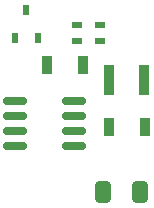
<source format=gbr>
%TF.GenerationSoftware,KiCad,Pcbnew,8.0.8*%
%TF.CreationDate,2025-04-18T10:54:44-04:00*%
%TF.ProjectId,RTDS Control Module V4.0,52544453-2043-46f6-9e74-726f6c204d6f,rev?*%
%TF.SameCoordinates,Original*%
%TF.FileFunction,Paste,Top*%
%TF.FilePolarity,Positive*%
%FSLAX46Y46*%
G04 Gerber Fmt 4.6, Leading zero omitted, Abs format (unit mm)*
G04 Created by KiCad (PCBNEW 8.0.8) date 2025-04-18 10:54:44*
%MOMM*%
%LPD*%
G01*
G04 APERTURE LIST*
G04 Aperture macros list*
%AMRoundRect*
0 Rectangle with rounded corners*
0 $1 Rounding radius*
0 $2 $3 $4 $5 $6 $7 $8 $9 X,Y pos of 4 corners*
0 Add a 4 corners polygon primitive as box body*
4,1,4,$2,$3,$4,$5,$6,$7,$8,$9,$2,$3,0*
0 Add four circle primitives for the rounded corners*
1,1,$1+$1,$2,$3*
1,1,$1+$1,$4,$5*
1,1,$1+$1,$6,$7*
1,1,$1+$1,$8,$9*
0 Add four rect primitives between the rounded corners*
20,1,$1+$1,$2,$3,$4,$5,0*
20,1,$1+$1,$4,$5,$6,$7,0*
20,1,$1+$1,$6,$7,$8,$9,0*
20,1,$1+$1,$8,$9,$2,$3,0*%
G04 Aperture macros list end*
%ADD10R,0.889000X0.609600*%
%ADD11RoundRect,0.250000X-0.412500X-0.650000X0.412500X-0.650000X0.412500X0.650000X-0.412500X0.650000X0*%
%ADD12R,0.558800X0.863600*%
%ADD13R,0.863600X1.600200*%
%ADD14R,0.955600X2.500000*%
%ADD15RoundRect,0.150000X-0.825000X-0.150000X0.825000X-0.150000X0.825000X0.150000X-0.825000X0.150000X0*%
%ADD16R,0.855600X1.600000*%
G04 APERTURE END LIST*
D10*
%TO.C,R4*%
X68250000Y-31147700D03*
X68250000Y-29852300D03*
%TD*%
D11*
%TO.C,C3*%
X70500000Y-44000000D03*
X73625000Y-44000000D03*
%TD*%
D12*
%TO.C,U2*%
X63047500Y-30943800D03*
X64952500Y-30943800D03*
X64000000Y-28556200D03*
%TD*%
D13*
%TO.C,D1*%
X68774000Y-33250000D03*
X65726000Y-33250000D03*
%TD*%
D14*
%TO.C,C1*%
X71022199Y-34500000D03*
X73977801Y-34500000D03*
%TD*%
D15*
%TO.C,U1*%
X63050000Y-36230000D03*
X63050000Y-37500000D03*
X63050000Y-38770000D03*
X63050000Y-40040000D03*
X68000000Y-40040000D03*
X68000000Y-38770000D03*
X68000000Y-37500000D03*
X68000000Y-36230000D03*
%TD*%
D16*
%TO.C,C2*%
X71000000Y-38500000D03*
X74055602Y-38500000D03*
%TD*%
D10*
%TO.C,R3*%
X70250000Y-31147700D03*
X70250000Y-29852300D03*
%TD*%
M02*

</source>
